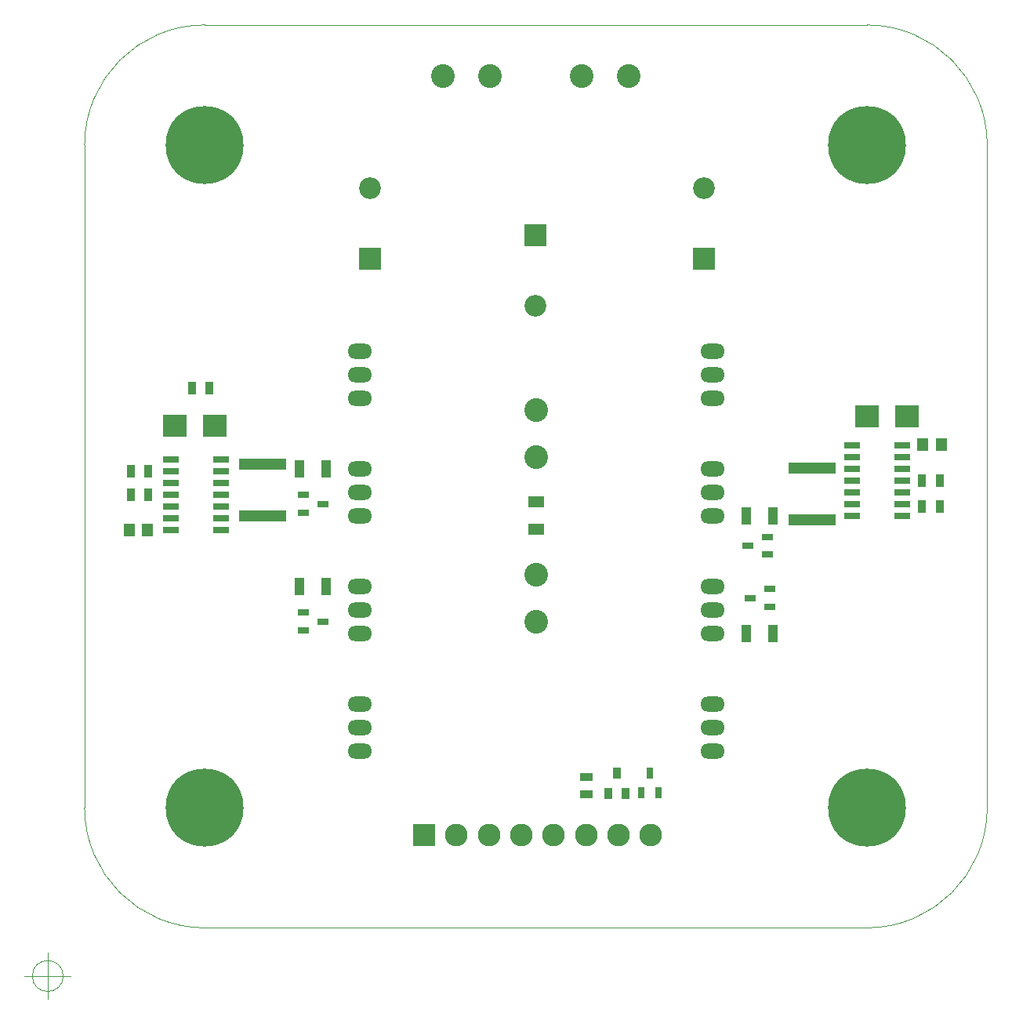
<source format=gbr>
G04 #@! TF.FileFunction,Soldermask,Top*
%FSLAX46Y46*%
G04 Gerber Fmt 4.6, Leading zero omitted, Abs format (unit mm)*
G04 Created by KiCad (PCBNEW 0.201502111101+5414~21~ubuntu14.04.1-product) date Fri 13 Feb 2015 01:12:52 AM CST*
%MOMM*%
G01*
G04 APERTURE LIST*
%ADD10C,0.100000*%
%ADD11R,0.852400X1.452400*%
%ADD12R,2.651760X2.453640*%
%ADD13C,8.407400*%
%ADD14R,1.752400X1.152400*%
%ADD15R,1.152400X1.402400*%
%ADD16R,5.152400X1.152400*%
%ADD17O,2.651760X1.653540*%
%ADD18R,1.153160X0.751840*%
%ADD19C,2.565400*%
%ADD20R,1.052400X1.852400*%
%ADD21R,1.652400X0.752400*%
%ADD22R,0.952500X1.153160*%
%ADD23R,1.452400X0.852400*%
%ADD24R,2.452400X2.452400*%
%ADD25C,2.452400*%
%ADD26R,0.751840X1.153160*%
%ADD27R,2.352400X2.352400*%
%ADD28C,2.352400*%
G04 APERTURE END LIST*
D10*
X34686666Y-139700000D02*
G75*
G03X34686666Y-139700000I-1666666J0D01*
G01*
X30520000Y-139700000D02*
X35520000Y-139700000D01*
X33020000Y-137200000D02*
X33020000Y-142200000D01*
X121500000Y-134500000D02*
X50000000Y-134500000D01*
X134500000Y-50000000D02*
X134500000Y-121500000D01*
X50000000Y-37000000D02*
X121500000Y-37000000D01*
X37000000Y-121500000D02*
X37000000Y-50000000D01*
X121500000Y-134500000D02*
G75*
G03X134500000Y-121500000I0J13000000D01*
G01*
X134500000Y-50000000D02*
G75*
G03X121500000Y-37000000I-13000000J0D01*
G01*
X50000000Y-37000000D02*
G75*
G03X37000000Y-50000000I0J-13000000D01*
G01*
X37000000Y-121500000D02*
G75*
G03X50000000Y-134500000I13000000J0D01*
G01*
D11*
X41976000Y-87757000D03*
X43876000Y-87757000D03*
X127447000Y-89027000D03*
X129347000Y-89027000D03*
D12*
X125846840Y-79248000D03*
X121549160Y-79248000D03*
D13*
X50000000Y-50000000D03*
D14*
X85750000Y-91480000D03*
X85750000Y-88480000D03*
D15*
X41799000Y-91567000D03*
X43799000Y-91567000D03*
D16*
X56261000Y-90049000D03*
X56261000Y-84449000D03*
X115570000Y-90430000D03*
X115570000Y-84830000D03*
D15*
X127524000Y-82296000D03*
X129524000Y-82296000D03*
D17*
X66750000Y-74740000D03*
X66750000Y-72200000D03*
X66750000Y-77280000D03*
X66750000Y-112840000D03*
X66750000Y-110300000D03*
X66750000Y-115380000D03*
X104850000Y-74740000D03*
X104850000Y-77280000D03*
X104850000Y-72200000D03*
X104850000Y-112840000D03*
X104850000Y-115380000D03*
X104850000Y-110300000D03*
D18*
X60613360Y-87757500D03*
X62726640Y-88710000D03*
X60613360Y-89662500D03*
X60613360Y-100457500D03*
X62726640Y-101410000D03*
X60613360Y-102362500D03*
X110784640Y-94170500D03*
X108671360Y-93218000D03*
X110784640Y-92265500D03*
X110986640Y-99822500D03*
X108873360Y-98870000D03*
X110986640Y-97917500D03*
D12*
X46746160Y-80264000D03*
X51043840Y-80264000D03*
D13*
X50000000Y-121500000D03*
X121500000Y-50000000D03*
X121500000Y-121500000D03*
D19*
X75710000Y-42500000D03*
X80790000Y-42500000D03*
X95790000Y-42500000D03*
X90710000Y-42500000D03*
X85750400Y-83630000D03*
X85750400Y-78550000D03*
X85750400Y-101410000D03*
X85750400Y-96330000D03*
D17*
X66750000Y-87440000D03*
X66750000Y-84900000D03*
X66750000Y-89980000D03*
X66750000Y-100140000D03*
X66750000Y-97600000D03*
X66750000Y-102680000D03*
X104850000Y-87440000D03*
X104850000Y-89980000D03*
X104850000Y-84900000D03*
X104850000Y-100140000D03*
X104850000Y-102680000D03*
X104850000Y-97600000D03*
D20*
X63120000Y-84900000D03*
X60220000Y-84900000D03*
X63120000Y-97600000D03*
X60220000Y-97600000D03*
X111380000Y-89980000D03*
X108480000Y-89980000D03*
X111380000Y-102680000D03*
X108480000Y-102680000D03*
D11*
X43876000Y-85217000D03*
X41976000Y-85217000D03*
X48580000Y-76200000D03*
X50480000Y-76200000D03*
X127447000Y-86233000D03*
X129347000Y-86233000D03*
D21*
X46322000Y-83947000D03*
X46322000Y-85217000D03*
X46322000Y-86487000D03*
X46322000Y-87757000D03*
X46322000Y-89027000D03*
X46322000Y-90297000D03*
X46322000Y-91567000D03*
X51722000Y-91567000D03*
X51722000Y-90297000D03*
X51722000Y-89027000D03*
X51722000Y-87757000D03*
X51722000Y-86487000D03*
X51722000Y-85217000D03*
X51722000Y-83947000D03*
X125330000Y-89980000D03*
X125330000Y-88710000D03*
X125330000Y-87440000D03*
X125330000Y-86170000D03*
X125330000Y-84900000D03*
X125330000Y-83630000D03*
X125330000Y-82360000D03*
X119930000Y-82360000D03*
X119930000Y-83630000D03*
X119930000Y-84900000D03*
X119930000Y-86170000D03*
X119930000Y-87440000D03*
X119930000Y-88710000D03*
X119930000Y-89980000D03*
D22*
X94488000Y-117772180D03*
X95440500Y-119971820D03*
X93535500Y-119971820D03*
D23*
X91186000Y-120076000D03*
X91186000Y-118176000D03*
D24*
X73660000Y-124460000D03*
D25*
X77160000Y-124460000D03*
X80660000Y-124460000D03*
X84160000Y-124460000D03*
X87660000Y-124460000D03*
X91160000Y-124460000D03*
X94660000Y-124460000D03*
X98160000Y-124460000D03*
D26*
X97091500Y-119928640D03*
X98044000Y-117815360D03*
X98996500Y-119928640D03*
D27*
X67818000Y-62230000D03*
D28*
X67818000Y-54610000D03*
D27*
X85704000Y-59690000D03*
D28*
X85704000Y-67310000D03*
D27*
X103886000Y-62230000D03*
D28*
X103886000Y-54610000D03*
M02*

</source>
